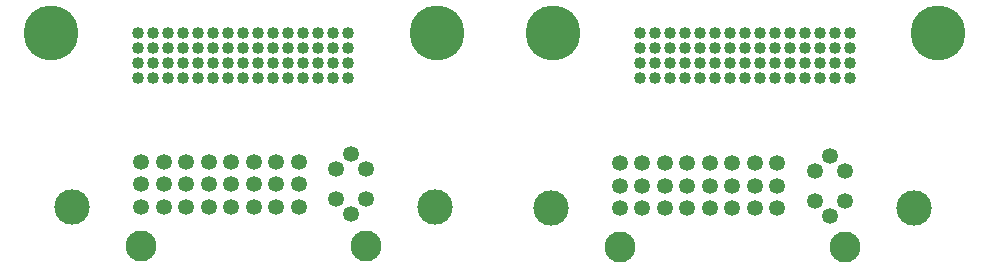
<source format=gts>
G04 Layer_Color=8388736*
%FSLAX25Y25*%
%MOIN*%
G70*
G01*
G75*
%ADD40C,0.18300*%
%ADD41C,0.04000*%
%ADD42C,0.05300*%
%ADD43C,0.10300*%
%ADD44C,0.11800*%
D40*
X306500Y80709D02*
D03*
X178000D02*
D03*
X139300D02*
D03*
X10800D02*
D03*
D41*
X277000Y65709D02*
D03*
X207000D02*
D03*
Y70709D02*
D03*
X277000D02*
D03*
Y75709D02*
D03*
X207000D02*
D03*
Y80709D02*
D03*
X277000D02*
D03*
X212000Y65709D02*
D03*
X217000D02*
D03*
X222000D02*
D03*
X227000D02*
D03*
X232000D02*
D03*
X237000D02*
D03*
X242000D02*
D03*
X247000D02*
D03*
X252000D02*
D03*
X257000D02*
D03*
X262000D02*
D03*
X267000D02*
D03*
X272000D02*
D03*
Y70709D02*
D03*
X267000D02*
D03*
X262000D02*
D03*
X257000D02*
D03*
X252000D02*
D03*
X247000D02*
D03*
X242000D02*
D03*
X237000D02*
D03*
X232000D02*
D03*
X227000D02*
D03*
X222000D02*
D03*
X217000D02*
D03*
X212000D02*
D03*
Y75709D02*
D03*
X217000D02*
D03*
X222000D02*
D03*
X227000D02*
D03*
X232000D02*
D03*
X237000D02*
D03*
X242000D02*
D03*
X247000D02*
D03*
X252000D02*
D03*
X257000D02*
D03*
X262000D02*
D03*
X267000D02*
D03*
X272000D02*
D03*
Y80709D02*
D03*
X267000D02*
D03*
X262000D02*
D03*
X257000D02*
D03*
X252000D02*
D03*
X247000D02*
D03*
X242000D02*
D03*
X237000D02*
D03*
X232000D02*
D03*
X227000D02*
D03*
X222000D02*
D03*
X217000D02*
D03*
X212000D02*
D03*
X109800Y65709D02*
D03*
X39800D02*
D03*
Y70709D02*
D03*
X109800D02*
D03*
Y75709D02*
D03*
X39800D02*
D03*
Y80709D02*
D03*
X109800D02*
D03*
X44800Y65709D02*
D03*
X49800D02*
D03*
X54800D02*
D03*
X59800D02*
D03*
X64800D02*
D03*
X69800D02*
D03*
X74800D02*
D03*
X79800D02*
D03*
X84800D02*
D03*
X89800D02*
D03*
X94800D02*
D03*
X99800D02*
D03*
X104800D02*
D03*
Y70709D02*
D03*
X99800D02*
D03*
X94800D02*
D03*
X89800D02*
D03*
X84800D02*
D03*
X79800D02*
D03*
X74800D02*
D03*
X69800D02*
D03*
X64800D02*
D03*
X59800D02*
D03*
X54800D02*
D03*
X49800D02*
D03*
X44800D02*
D03*
Y75709D02*
D03*
X49800D02*
D03*
X54800D02*
D03*
X59800D02*
D03*
X64800D02*
D03*
X69800D02*
D03*
X74800D02*
D03*
X79800D02*
D03*
X84800D02*
D03*
X89800D02*
D03*
X94800D02*
D03*
X99800D02*
D03*
X104800D02*
D03*
Y80709D02*
D03*
X99800D02*
D03*
X94800D02*
D03*
X89800D02*
D03*
X84800D02*
D03*
X79800D02*
D03*
X74800D02*
D03*
X69800D02*
D03*
X64800D02*
D03*
X59800D02*
D03*
X54800D02*
D03*
X49800D02*
D03*
X44800D02*
D03*
D42*
X105868Y25409D02*
D03*
X110868Y20409D02*
D03*
X115868Y25409D02*
D03*
X115868Y35409D02*
D03*
X110868Y40409D02*
D03*
X105868Y35409D02*
D03*
X40868Y37909D02*
D03*
X63368D02*
D03*
X78368D02*
D03*
X85868D02*
D03*
X55868Y30409D02*
D03*
X48368D02*
D03*
X40868Y22909D02*
D03*
X48368D02*
D03*
X70868D02*
D03*
X85868Y22909D02*
D03*
X93368Y30409D02*
D03*
X85868D02*
D03*
X78368Y30409D02*
D03*
X70868D02*
D03*
X63368Y30409D02*
D03*
X40868D02*
D03*
X93368Y37909D02*
D03*
X70868D02*
D03*
X55868D02*
D03*
X48368D02*
D03*
X55868Y22909D02*
D03*
X63368D02*
D03*
X78368Y22909D02*
D03*
X93368Y22909D02*
D03*
X265303Y24959D02*
D03*
X270303Y19959D02*
D03*
X275303Y24959D02*
D03*
Y34959D02*
D03*
X270303Y39959D02*
D03*
X265303Y34959D02*
D03*
X200303Y37459D02*
D03*
X222803D02*
D03*
X237803D02*
D03*
X245303D02*
D03*
X215303Y29959D02*
D03*
X207803D02*
D03*
X200303Y22459D02*
D03*
X207803D02*
D03*
X230303D02*
D03*
X245303D02*
D03*
X252803Y29959D02*
D03*
X245303D02*
D03*
X237803D02*
D03*
X230303D02*
D03*
X222803D02*
D03*
X200303Y29959D02*
D03*
X252803Y37459D02*
D03*
X230303D02*
D03*
X215303D02*
D03*
X207803D02*
D03*
X215303Y22459D02*
D03*
X222803D02*
D03*
X237803D02*
D03*
X252803D02*
D03*
D43*
X115868Y9909D02*
D03*
X40868D02*
D03*
X275303Y9459D02*
D03*
X200303D02*
D03*
D44*
X138868Y22909D02*
D03*
X17868D02*
D03*
X298303Y22459D02*
D03*
X177303D02*
D03*
M02*

</source>
